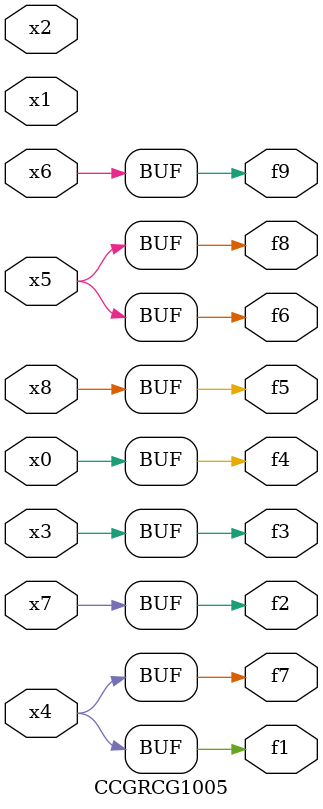
<source format=v>
module CCGRCG1005(
	input x0, x1, x2, x3, x4, x5, x6, x7, x8,
	output f1, f2, f3, f4, f5, f6, f7, f8, f9
);
	assign f1 = x4;
	assign f2 = x7;
	assign f3 = x3;
	assign f4 = x0;
	assign f5 = x8;
	assign f6 = x5;
	assign f7 = x4;
	assign f8 = x5;
	assign f9 = x6;
endmodule

</source>
